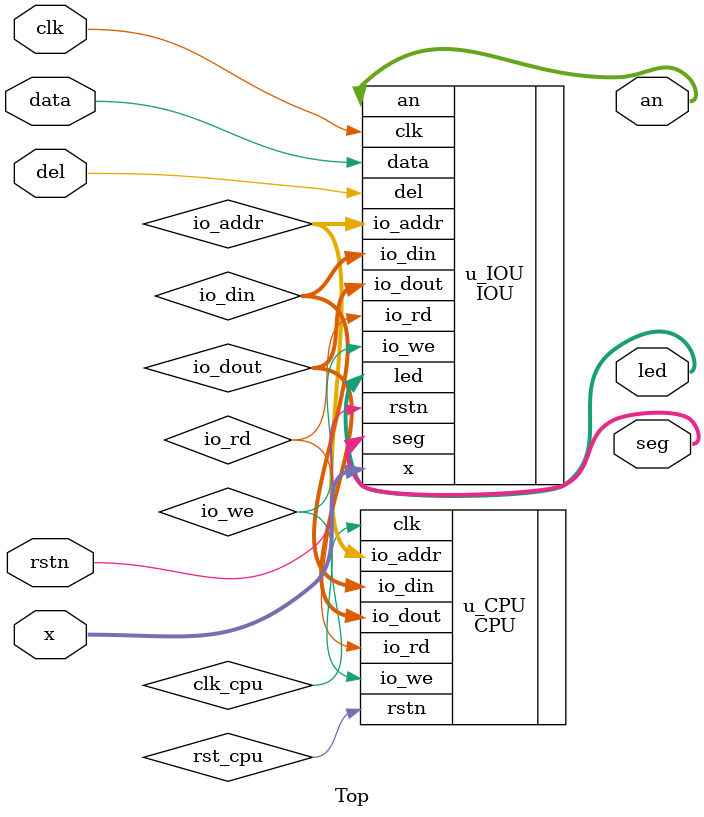
<source format=v>
`timescale 1ns / 1ps


module Top(
    input         clk,            //clk100mhz
    input         rstn,           //cpu_resetn
    input         data,           //btnc
    input         del,            //btnl
    input  [15:0] x,              //sw15-0
    output [15:0] led,            //led15-0
    output [ 7:0] an,             //an7-0
    output [ 6:0] seg             //ca-cg
    );


    wire clk_cpu;
    wire rst_cpu;

    //IO_BUS
    wire [ 7: 0] io_addr;
    wire [31: 0] io_dout;
    wire         io_we;
    wire         io_rd;
    wire [31: 0] io_din;


    CPU u_CPU(
    	.clk      (clk_cpu  ),
        .rstn     (rst_cpu  ),
        .io_din   (io_din   ),
        .io_addr  (io_addr  ),
        .io_dout  (io_dout  ),
        .io_we    (io_we    ),
        .io_rd    (io_rd    )
    );
    
    IOU u_IOU(
    	.clk     (clk     ),
        .rstn    (rstn    ),
        .data    (data    ),
        .del     (del     ),
        .x       (x       ),
        .seg     (seg     ),
        .an      (an      ),
        .led     (led     ),
        .io_addr (io_addr ),
        .io_dout (io_dout ),
        .io_we   (io_we   ),
        .io_rd   (io_rd   ),
        .io_din  (io_din  )
    );
    
    
endmodule

</source>
